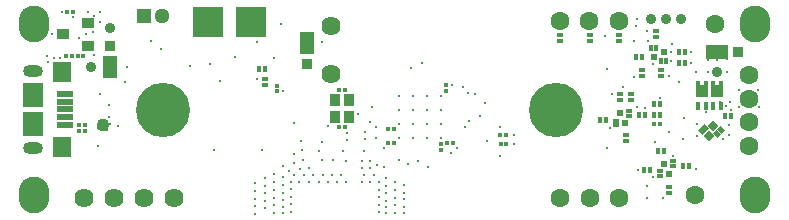
<source format=gbs>
%FSTAX23Y23*%
%MOIN*%
%SFA1B1*%

%IPPOS*%
%AMD178*
4,1,4,0.002500,-0.014100,0.014100,-0.002500,-0.002500,0.014100,-0.014100,0.002500,0.002500,-0.014100,0.0*
%
%AMD179*
4,1,4,0.016700,0.000000,0.000000,0.016700,-0.016700,0.000000,0.000000,-0.016700,0.016700,0.000000,0.0*
%
%ADD36C,0.007900*%
%ADD71C,0.023600*%
%ADD72C,0.051200*%
%ADD133R,0.017700X0.013800*%
%ADD134R,0.015000X0.020900*%
%ADD141R,0.047200X0.074800*%
%ADD142R,0.035400X0.035400*%
%ADD145R,0.041100X0.043300*%
%ADD146R,0.041200X0.043300*%
%ADD147R,0.015700X0.031500*%
%ADD149C,0.035400*%
%ADD150R,0.020900X0.015000*%
%ADD152R,0.074800X0.047200*%
%ADD153R,0.035400X0.035400*%
%ADD154R,0.016500X0.023600*%
%ADD155R,0.023600X0.023600*%
%ADD157C,0.011800*%
%ADD160R,0.013800X0.017700*%
%ADD165C,0.063000*%
%ADD166C,0.181100*%
%ADD167O,0.102400X0.122000*%
%ADD168O,0.066900X0.039400*%
%ADD169R,0.051200X0.051200*%
%ADD170C,0.063900*%
%ADD171C,0.013000*%
%ADD172R,0.037400X0.041300*%
%ADD173R,0.059100X0.066900*%
%ADD174R,0.065000X0.078700*%
%ADD175R,0.057100X0.019700*%
%ADD176R,0.043900X0.033900*%
%ADD177C,0.043300*%
G04~CAMADD=178~9~0.0~0.0~165.0~236.0~0.0~0.0~0~0.0~0.0~0.0~0.0~0~0.0~0.0~0.0~0.0~0~0.0~0.0~0.0~225.0~282.0~281.0*
%ADD178D178*%
G04~CAMADD=179~10~0.0~236.2~0.0~0.0~0.0~0.0~0~0.0~0.0~0.0~0.0~0~0.0~0.0~0.0~0.0~0~0.0~0.0~0.0~315.0~236.2~0.0*
%ADD179D179*%
%ADD180R,0.102400X0.102400*%
%ADD181R,0.023600X0.016500*%
%ADD182R,0.023600X0.023600*%
%LNvapeix_mini_pcb-1*%
%LPD*%
G54D36*
X0438Y03375D03*
X04362Y03365D03*
Y03389D03*
X04396Y03388D03*
X04398Y03361D03*
X02354Y03309D03*
X03154Y03349D03*
X032Y03372D03*
X04161Y03346D03*
X02225Y03603D03*
X02271Y03622D03*
X04311Y03409D03*
X04288Y03411D03*
X04304Y03435D03*
X03054Y03309D03*
X02942Y0332D03*
X04426Y03372D03*
X04425Y03429D03*
X04489Y0343D03*
X0449Y03371D03*
X04349Y03574D03*
X04385Y0349D03*
X04321D03*
X04352Y0353D03*
X04382Y03569D03*
X04318Y03567D03*
X04383Y03532D03*
X04322Y0353D03*
X03321Y03183D03*
X03355Y03192D03*
X03577Y03386D03*
X03512Y03305D03*
X04285Y03275D03*
X04139Y03516D03*
X04242Y03334D03*
X03543Y03417D03*
X03521Y0342D03*
X03505Y03438D03*
X04191Y03476D03*
X03977Y03609D03*
X0411Y03369D03*
X03468Y03445D03*
X02817Y03465D03*
X02846Y03464D03*
X02876Y03535D03*
X02696Y03459D03*
X02662Y03515D03*
X03036Y0359D03*
X02593Y03509D03*
X02745Y03539D03*
X03485Y03237D03*
X03214Y03306D03*
X0308Y03391D03*
X03215Y03268D03*
X04232Y03664D03*
X04371Y03264D03*
X0439Y03279D03*
X04391Y03313D03*
X04081Y03642D03*
X04001Y03414D03*
X04226Y03455D03*
X04239Y03267D03*
X04281Y03165D03*
X0419Y03289D03*
X04143Y03257D03*
X04089Y03163D03*
X042Y03582D03*
X04118Y03626D03*
X04199Y03556D03*
X04075Y03592D03*
X0428Y03489D03*
X04266Y0352D03*
X04204Y03208D03*
X04138Y0314D03*
X04118Y03109D03*
X04039Y03439D03*
X04172Y03069D03*
X04073Y03471D03*
X04118Y03069D03*
X04085Y03664D03*
X04083Y03373D03*
X03995Y03302D03*
X04265Y03556D03*
X0416Y03403D03*
X04198Y03527D03*
X04314Y03355D03*
X0412Y03591D03*
X04285Y03315D03*
X02905Y03425D03*
X02833Y03229D03*
X02819Y03588D03*
X03984Y03499D03*
Y03234D03*
X02676Y03229D03*
X03584Y0326D03*
X03628Y03208D03*
X03629Y03306D03*
X03676Y0328D03*
Y0325D03*
X03309Y0302D03*
X02811Y03067D03*
Y03042D03*
Y03017D03*
Y03092D03*
Y03118D03*
X03106Y03226D03*
X02905Y03177D03*
X03218Y0318D03*
X03209Y03145D03*
X02924Y03159D03*
X03117Y03287D03*
X03179Y0329D03*
Y03264D03*
X03117Y03263D03*
X02941Y03217D03*
X02942Y03184D03*
X02905Y03018D03*
X03248Y03019D03*
X02964Y03259D03*
X03195Y03168D03*
Y03193D03*
X03025Y03226D03*
X03034Y03256D03*
X03167Y03169D03*
Y03193D03*
X02968Y03229D03*
X0297Y03196D03*
X02962Y03166D03*
X03071Y03194D03*
X0299Y03168D03*
X03036Y03197D03*
X03116Y03193D03*
X02875Y03149D03*
Y03122D03*
X02846Y03137D03*
Y03035D03*
Y0311D03*
Y03085D03*
Y0306D03*
X02875Y0302D03*
Y03095D03*
Y0307D03*
Y03045D03*
X02905Y03138D03*
Y03038D03*
Y03111D03*
Y03086D03*
Y03061D03*
X03309Y03064D03*
Y03087D03*
Y03111D03*
Y03039D03*
X03277Y03045D03*
Y0307D03*
Y03095D03*
Y0302D03*
Y03122D03*
X03248Y0306D03*
Y03085D03*
Y0311D03*
Y03039D03*
Y03137D03*
X03223Y03123D03*
Y03021D03*
Y03096D03*
Y03071D03*
Y03046D03*
X03167Y03123D03*
X03195D03*
X03099Y03145D03*
X02941D03*
X02973D03*
X03006D03*
X03037D03*
X03069D03*
X03086Y03123D03*
X03054D03*
X03023D03*
X0299D03*
X02958D03*
X0293Y03048D03*
Y03073D03*
Y03098D03*
Y03023D03*
Y03123D03*
X03116D03*
X03389Y03172D03*
X03174Y03146D03*
X03175Y03227D03*
X03463Y03219D03*
X03242Y03236D03*
X0324Y03171D03*
X02323Y03379D03*
X02325Y0334D03*
X02289Y03242D03*
X02378Y03455D03*
X02384Y03505D03*
X02248Y03616D03*
X02499Y03564D03*
X02276Y03674D03*
X02296Y03656D03*
X02294Y0369D03*
X02254Y03658D03*
X02253Y03688D03*
X02897Y03648D03*
X0267Y03664D03*
X02761Y03667D03*
X02694Y0369D03*
X02696Y03616D03*
X02615D03*
Y0369D03*
X03124Y03338D03*
X02205Y03671D03*
X02169Y03689D03*
X02136Y03614D03*
X02169Y03238D03*
X02072Y03316D03*
Y03411D03*
X02169Y0349D03*
X02276Y03545D03*
X02463Y03593D03*
X02265Y03506D03*
X04288Y03375D03*
X0356Y03343D03*
X03524Y03325D03*
X03194Y03323D03*
X0329Y03195D03*
X03332Y03501D03*
X03369Y03518D03*
X02288Y03301D03*
X02328Y03316D03*
X02317Y03294D03*
X02295Y03416D03*
X02119Y03543D03*
X0212Y03521D03*
X02141Y03536D03*
X02162D03*
G54D71*
X03818Y03433D03*
X03866Y03412D03*
X03885Y03364D03*
X03866Y03314D03*
X03817Y03295D03*
X03767Y03314D03*
X03746Y03364D03*
X03768Y03416D03*
X02457D03*
X02435Y03364D03*
X02456Y03314D03*
X02506Y03295D03*
X02555Y03314D03*
X02574Y03364D03*
X02555Y03412D03*
X02507Y03433D03*
G54D72*
X02502Y03675D03*
G54D133*
X03448Y03445D03*
Y03426D03*
X0343Y0323D03*
Y03249D03*
X02246Y03293D03*
Y03312D03*
X02225Y03293D03*
Y03312D03*
X02884Y03443D03*
Y03424D03*
G54D134*
X04398Y03341D03*
X04378D03*
X04161Y03381D03*
X04141D03*
Y03346D03*
X04161D03*
X02826Y035D03*
X02846D03*
X04225Y0352D03*
X04245D03*
X041Y0354D03*
X0408D03*
X04225Y03556D03*
X04245D03*
X04109Y03163D03*
X04129D03*
X04258Y03176D03*
X04238D03*
X0398Y03328D03*
X0396D03*
X04173Y03224D03*
X04153D03*
X0411Y03344D03*
X0409D03*
G54D141*
X02327Y03505D03*
X02986Y03586D03*
G54D142*
X02327Y03576D03*
X02986Y03515D03*
G54D145*
X04301Y03426D03*
G54D146*
X04352Y03426D03*
G54D147*
X04365Y03375D03*
X04339D03*
X04288D03*
X04314D03*
Y03447D03*
X04288D03*
X04339D03*
X04365D03*
G54D149*
X02327Y03634D03*
X02265Y03506D03*
X04352Y0349D03*
X04132Y03664D03*
X04181D03*
X04232D03*
G54D150*
X02846Y03464D03*
Y03444D03*
X04063Y03395D03*
Y03415D03*
X04101Y03497D03*
Y03477D03*
X04029Y03395D03*
Y03415D03*
X0419Y03105D03*
Y03085D03*
X04047Y03279D03*
Y03259D03*
X03827Y03592D03*
Y03612D03*
X03927Y03592D03*
Y03612D03*
X04024Y03592D03*
Y03612D03*
X04148Y03627D03*
Y03607D03*
X04164Y03477D03*
Y03497D03*
G54D152*
X04351Y03555D03*
G54D153*
X04422Y03555D03*
G54D154*
X04164Y03527D03*
X0418D03*
X04148Y0357D03*
X04132D03*
G54D155*
X04173Y03556D03*
X0414Y03539D03*
G54D157*
X02306Y03313D03*
G54D160*
X03256Y03252D03*
X03275D03*
X03091Y03306D03*
X0311D03*
Y03429D03*
X03091D03*
X0347Y03252D03*
X03451D03*
X03256Y033D03*
X03275D03*
X02186Y03689D03*
X02205D03*
X022Y03543D03*
X02181D03*
X0222D03*
X02239D03*
X0416Y03315D03*
X04141D03*
X03648Y0328D03*
X03629D03*
X03649Y0325D03*
X0363D03*
G54D165*
X04457Y03243D03*
Y03322D03*
Y03479D03*
Y034D03*
X04344Y03649D03*
X04278Y03079D03*
X03828Y03659D03*
X03926Y0366D03*
X04023D03*
X03828Y03068D03*
X04026D03*
X03927D03*
G54D166*
X03815Y03363D03*
X02505D03*
G54D167*
X04477Y03078D03*
Y03648D03*
X02075Y0365D03*
Y0308D03*
G54D168*
X02072Y03234D03*
Y03493D03*
G54D169*
X0244Y03675D03*
G54D170*
X03063Y03641D03*
Y03483D03*
X02441Y0307D03*
X02541D03*
X02341D03*
X02241D03*
G54D171*
X03291Y03409D03*
X03338D03*
X03385D03*
X03432D03*
X03291Y03362D03*
X03338D03*
X03385D03*
X03432D03*
X03291Y03315D03*
X03338D03*
X03385D03*
X03432D03*
X03291Y03268D03*
X03338D03*
X03385D03*
X03432D03*
G54D172*
X03079Y03338D03*
X03124D03*
Y03395D03*
X03079D03*
G54D173*
X02169Y03238D03*
Y0349D03*
G54D174*
X02072Y03411D03*
Y03316D03*
G54D175*
X02178Y03415D03*
Y03389D03*
Y03312D03*
Y03338D03*
Y03364D03*
G54D176*
X02254Y03652D03*
Y03577D03*
X02171Y03614D03*
G54D177*
X02306Y03313D03*
G54D178*
X04352Y03283D03*
X04364Y03294D03*
X04311Y03302D03*
X043Y03291D03*
G54D179*
X04338Y0331D03*
X04326Y03275D03*
G54D180*
X02656Y03655D03*
X02798Y03656D03*
G54D181*
X04058Y03343D03*
Y03359D03*
X04015Y03327D03*
Y03311D03*
X04161Y03159D03*
Y03143D03*
X04204Y03175D03*
Y03191D03*
G54D182*
X04029Y03352D03*
X04046Y03319D03*
X0419Y0315D03*
X04173Y03183D03*
M02*
</source>
